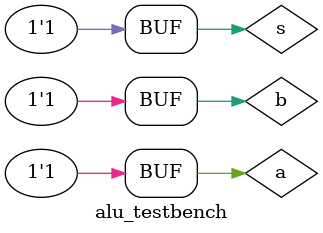
<source format=v>
`timescale 1ns / 1ps


module alu_testbench();
reg a,b,s;
wire out;
sum_alu uut(.a(a),.b(b),.s(s),.out(out));
initial begin
s=0;a=1;b=1;#10;
s=1;a=1;b=0;#10;
s=1;a=1;b=1;#10;
end
endmodule

</source>
